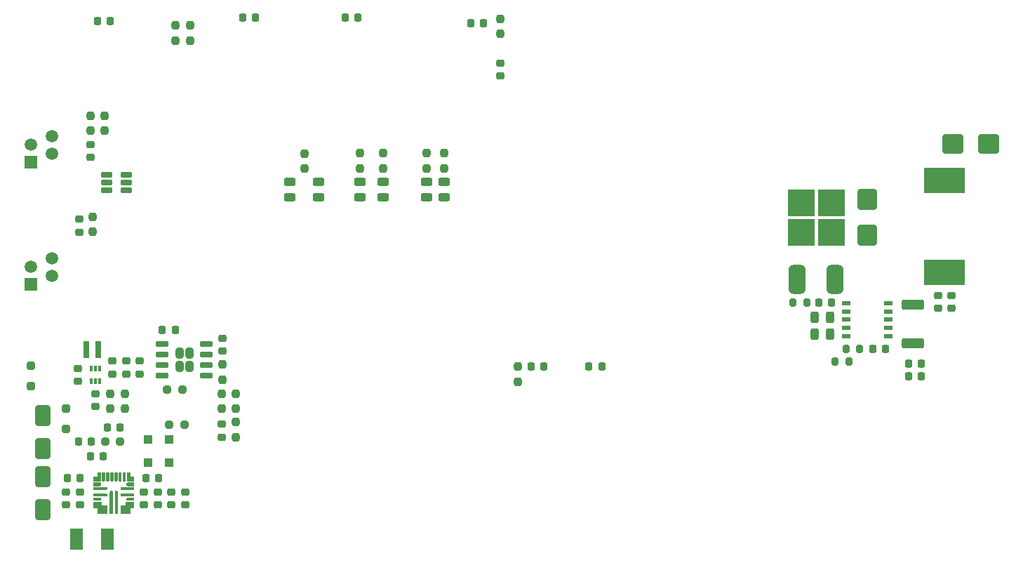
<source format=gbr>
%TF.GenerationSoftware,KiCad,Pcbnew,8.0.2*%
%TF.CreationDate,2024-05-30T14:33:26+02:00*%
%TF.ProjectId,,58585858-5858-4585-9858-585858585858,rev?*%
%TF.SameCoordinates,Original*%
%TF.FileFunction,Paste,Top*%
%TF.FilePolarity,Positive*%
%FSLAX46Y46*%
G04 Gerber Fmt 4.6, Leading zero omitted, Abs format (unit mm)*
G04 Created by KiCad (PCBNEW 8.0.2) date 2024-05-30 14:33:26*
%MOMM*%
%LPD*%
G01*
G04 APERTURE LIST*
G04 Aperture macros list*
%AMRoundRect*
0 Rectangle with rounded corners*
0 $1 Rounding radius*
0 $2 $3 $4 $5 $6 $7 $8 $9 X,Y pos of 4 corners*
0 Add a 4 corners polygon primitive as box body*
4,1,4,$2,$3,$4,$5,$6,$7,$8,$9,$2,$3,0*
0 Add four circle primitives for the rounded corners*
1,1,$1+$1,$2,$3*
1,1,$1+$1,$4,$5*
1,1,$1+$1,$6,$7*
1,1,$1+$1,$8,$9*
0 Add four rect primitives between the rounded corners*
20,1,$1+$1,$2,$3,$4,$5,0*
20,1,$1+$1,$4,$5,$6,$7,0*
20,1,$1+$1,$6,$7,$8,$9,0*
20,1,$1+$1,$8,$9,$2,$3,0*%
G04 Aperture macros list end*
%ADD10C,0.010000*%
%ADD11RoundRect,0.225000X0.250000X-0.225000X0.250000X0.225000X-0.250000X0.225000X-0.250000X-0.225000X0*%
%ADD12RoundRect,0.200000X-0.200000X-0.275000X0.200000X-0.275000X0.200000X0.275000X-0.200000X0.275000X0*%
%ADD13RoundRect,0.250000X-0.900000X1.000000X-0.900000X-1.000000X0.900000X-1.000000X0.900000X1.000000X0*%
%ADD14RoundRect,0.250000X-1.400000X-1.400000X1.400000X-1.400000X1.400000X1.400000X-1.400000X1.400000X0*%
%ADD15RoundRect,0.500000X0.500000X-1.250000X0.500000X1.250000X-0.500000X1.250000X-0.500000X-1.250000X0*%
%ADD16RoundRect,0.200000X0.200000X0.275000X-0.200000X0.275000X-0.200000X-0.275000X0.200000X-0.275000X0*%
%ADD17RoundRect,0.225000X-0.225000X-0.250000X0.225000X-0.250000X0.225000X0.250000X-0.225000X0.250000X0*%
%ADD18RoundRect,0.250000X-1.075000X0.362500X-1.075000X-0.362500X1.075000X-0.362500X1.075000X0.362500X0*%
%ADD19R,5.000000X3.100000*%
%ADD20R,1.100000X0.510000*%
%ADD21RoundRect,0.243750X0.243750X0.456250X-0.243750X0.456250X-0.243750X-0.456250X0.243750X-0.456250X0*%
%ADD22RoundRect,0.250000X-1.000000X-0.900000X1.000000X-0.900000X1.000000X0.900000X-1.000000X0.900000X0*%
%ADD23RoundRect,0.225000X0.225000X0.250000X-0.225000X0.250000X-0.225000X-0.250000X0.225000X-0.250000X0*%
%ADD24RoundRect,0.237500X0.237500X-0.250000X0.237500X0.250000X-0.237500X0.250000X-0.237500X-0.250000X0*%
%ADD25RoundRect,0.237500X-0.237500X0.250000X-0.237500X-0.250000X0.237500X-0.250000X0.237500X0.250000X0*%
%ADD26RoundRect,0.225000X-0.250000X0.225000X-0.250000X-0.225000X0.250000X-0.225000X0.250000X0.225000X0*%
%ADD27RoundRect,0.250000X0.650000X-1.000000X0.650000X1.000000X-0.650000X1.000000X-0.650000X-1.000000X0*%
%ADD28RoundRect,0.243750X-0.456250X0.243750X-0.456250X-0.243750X0.456250X-0.243750X0.456250X0.243750X0*%
%ADD29R,1.500000X1.500000*%
%ADD30C,1.500000*%
%ADD31RoundRect,0.237500X0.250000X0.237500X-0.250000X0.237500X-0.250000X-0.237500X0.250000X-0.237500X0*%
%ADD32RoundRect,0.250000X-0.650000X1.000000X-0.650000X-1.000000X0.650000X-1.000000X0.650000X1.000000X0*%
%ADD33RoundRect,0.242500X0.242500X0.402500X-0.242500X0.402500X-0.242500X-0.402500X0.242500X-0.402500X0*%
%ADD34RoundRect,0.150000X0.650000X0.150000X-0.650000X0.150000X-0.650000X-0.150000X0.650000X-0.150000X0*%
%ADD35R,0.340000X0.700000*%
%ADD36R,0.700000X2.000000*%
%ADD37RoundRect,0.243750X0.456250X-0.243750X0.456250X0.243750X-0.456250X0.243750X-0.456250X-0.243750X0*%
%ADD38R,1.500000X2.500000*%
%ADD39RoundRect,0.237500X-0.250000X-0.237500X0.250000X-0.237500X0.250000X0.237500X-0.250000X0.237500X0*%
%ADD40RoundRect,0.250000X0.250000X-0.250000X0.250000X0.250000X-0.250000X0.250000X-0.250000X-0.250000X0*%
%ADD41RoundRect,0.250000X0.300000X-0.300000X0.300000X0.300000X-0.300000X0.300000X-0.300000X-0.300000X0*%
%ADD42RoundRect,0.042000X-0.633000X-0.258000X0.633000X-0.258000X0.633000X0.258000X-0.633000X0.258000X0*%
%ADD43RoundRect,0.250000X-0.250000X0.250000X-0.250000X-0.250000X0.250000X-0.250000X0.250000X0.250000X0*%
G04 APERTURE END LIST*
D10*
%TO.C,U3*%
X94775000Y-129242000D02*
X93950000Y-129242000D01*
X93950000Y-128742000D01*
X94425000Y-128742000D01*
X94425000Y-128267000D01*
X94775000Y-128267000D01*
X94775000Y-129242000D01*
G36*
X94775000Y-129242000D02*
G01*
X93950000Y-129242000D01*
X93950000Y-128742000D01*
X94425000Y-128742000D01*
X94425000Y-128267000D01*
X94775000Y-128267000D01*
X94775000Y-129242000D01*
G37*
X98325000Y-128742000D02*
X98800000Y-128742000D01*
X98800000Y-129242000D01*
X97975000Y-129242000D01*
X97975000Y-128267000D01*
X98325000Y-128267000D01*
X98325000Y-128742000D01*
G36*
X98325000Y-128742000D02*
G01*
X98800000Y-128742000D01*
X98800000Y-129242000D01*
X97975000Y-129242000D01*
X97975000Y-128267000D01*
X98325000Y-128267000D01*
X98325000Y-128742000D01*
G37*
X94668000Y-129443000D02*
X94686000Y-129446000D01*
X94704000Y-129451000D01*
X94721000Y-129457000D01*
X94737000Y-129465000D01*
X94753000Y-129475000D01*
X94767000Y-129487000D01*
X94780000Y-129500000D01*
X94792000Y-129514000D01*
X94802000Y-129530000D01*
X94810000Y-129546000D01*
X94816000Y-129563000D01*
X94821000Y-129581000D01*
X94824000Y-129599000D01*
X94825000Y-129617000D01*
X94824000Y-129635000D01*
X94821000Y-129653000D01*
X94816000Y-129671000D01*
X94810000Y-129688000D01*
X94802000Y-129705000D01*
X94792000Y-129720000D01*
X94780000Y-129734000D01*
X94767000Y-129747000D01*
X94753000Y-129759000D01*
X94737000Y-129769000D01*
X94721000Y-129777000D01*
X94704000Y-129783000D01*
X94686000Y-129788000D01*
X94668000Y-129791000D01*
X94650000Y-129792000D01*
X93950000Y-129792000D01*
X93950000Y-129442000D01*
X94650000Y-129442000D01*
X94668000Y-129443000D01*
G36*
X94668000Y-129443000D02*
G01*
X94686000Y-129446000D01*
X94704000Y-129451000D01*
X94721000Y-129457000D01*
X94737000Y-129465000D01*
X94753000Y-129475000D01*
X94767000Y-129487000D01*
X94780000Y-129500000D01*
X94792000Y-129514000D01*
X94802000Y-129530000D01*
X94810000Y-129546000D01*
X94816000Y-129563000D01*
X94821000Y-129581000D01*
X94824000Y-129599000D01*
X94825000Y-129617000D01*
X94824000Y-129635000D01*
X94821000Y-129653000D01*
X94816000Y-129671000D01*
X94810000Y-129688000D01*
X94802000Y-129705000D01*
X94792000Y-129720000D01*
X94780000Y-129734000D01*
X94767000Y-129747000D01*
X94753000Y-129759000D01*
X94737000Y-129769000D01*
X94721000Y-129777000D01*
X94704000Y-129783000D01*
X94686000Y-129788000D01*
X94668000Y-129791000D01*
X94650000Y-129792000D01*
X93950000Y-129792000D01*
X93950000Y-129442000D01*
X94650000Y-129442000D01*
X94668000Y-129443000D01*
G37*
X94713000Y-131293000D02*
X94726000Y-131295000D01*
X94739000Y-131298000D01*
X94751000Y-131303000D01*
X94762000Y-131309000D01*
X94773000Y-131316000D01*
X94784000Y-131324000D01*
X94793000Y-131333000D01*
X94801000Y-131344000D01*
X94808000Y-131354000D01*
X94814000Y-131366000D01*
X94819000Y-131378000D01*
X94822000Y-131391000D01*
X94824000Y-131404000D01*
X94825000Y-131417000D01*
X94824000Y-131430000D01*
X94822000Y-131443000D01*
X94819000Y-131456000D01*
X94814000Y-131468000D01*
X94808000Y-131479000D01*
X94801000Y-131490000D01*
X94793000Y-131501000D01*
X94784000Y-131510000D01*
X94773000Y-131518000D01*
X94762000Y-131525000D01*
X94751000Y-131531000D01*
X94739000Y-131536000D01*
X94726000Y-131539000D01*
X94713000Y-131541000D01*
X94700000Y-131542000D01*
X93950000Y-131542000D01*
X93950000Y-131292000D01*
X94700000Y-131292000D01*
X94713000Y-131293000D01*
G36*
X94713000Y-131293000D02*
G01*
X94726000Y-131295000D01*
X94739000Y-131298000D01*
X94751000Y-131303000D01*
X94762000Y-131309000D01*
X94773000Y-131316000D01*
X94784000Y-131324000D01*
X94793000Y-131333000D01*
X94801000Y-131344000D01*
X94808000Y-131354000D01*
X94814000Y-131366000D01*
X94819000Y-131378000D01*
X94822000Y-131391000D01*
X94824000Y-131404000D01*
X94825000Y-131417000D01*
X94824000Y-131430000D01*
X94822000Y-131443000D01*
X94819000Y-131456000D01*
X94814000Y-131468000D01*
X94808000Y-131479000D01*
X94801000Y-131490000D01*
X94793000Y-131501000D01*
X94784000Y-131510000D01*
X94773000Y-131518000D01*
X94762000Y-131525000D01*
X94751000Y-131531000D01*
X94739000Y-131536000D01*
X94726000Y-131539000D01*
X94713000Y-131541000D01*
X94700000Y-131542000D01*
X93950000Y-131542000D01*
X93950000Y-131292000D01*
X94700000Y-131292000D01*
X94713000Y-131293000D01*
G37*
X95275000Y-129092000D02*
X95274000Y-129108000D01*
X95272000Y-129123000D01*
X95268000Y-129138000D01*
X95262000Y-129153000D01*
X95255000Y-129167000D01*
X95246000Y-129180000D01*
X95236000Y-129192000D01*
X95225000Y-129203000D01*
X95213000Y-129213000D01*
X95200000Y-129222000D01*
X95186000Y-129229000D01*
X95171000Y-129235000D01*
X95156000Y-129239000D01*
X95141000Y-129241000D01*
X95125000Y-129242000D01*
X95109000Y-129241000D01*
X95094000Y-129239000D01*
X95079000Y-129235000D01*
X95064000Y-129229000D01*
X95050000Y-129222000D01*
X95037000Y-129213000D01*
X95025000Y-129203000D01*
X95014000Y-129192000D01*
X95004000Y-129180000D01*
X94995000Y-129167000D01*
X94988000Y-129153000D01*
X94982000Y-129138000D01*
X94978000Y-129123000D01*
X94976000Y-129108000D01*
X94975000Y-129092000D01*
X94975000Y-128267000D01*
X95275000Y-128267000D01*
X95275000Y-129092000D01*
G36*
X95275000Y-129092000D02*
G01*
X95274000Y-129108000D01*
X95272000Y-129123000D01*
X95268000Y-129138000D01*
X95262000Y-129153000D01*
X95255000Y-129167000D01*
X95246000Y-129180000D01*
X95236000Y-129192000D01*
X95225000Y-129203000D01*
X95213000Y-129213000D01*
X95200000Y-129222000D01*
X95186000Y-129229000D01*
X95171000Y-129235000D01*
X95156000Y-129239000D01*
X95141000Y-129241000D01*
X95125000Y-129242000D01*
X95109000Y-129241000D01*
X95094000Y-129239000D01*
X95079000Y-129235000D01*
X95064000Y-129229000D01*
X95050000Y-129222000D01*
X95037000Y-129213000D01*
X95025000Y-129203000D01*
X95014000Y-129192000D01*
X95004000Y-129180000D01*
X94995000Y-129167000D01*
X94988000Y-129153000D01*
X94982000Y-129138000D01*
X94978000Y-129123000D01*
X94976000Y-129108000D01*
X94975000Y-129092000D01*
X94975000Y-128267000D01*
X95275000Y-128267000D01*
X95275000Y-129092000D01*
G37*
X95775000Y-129092000D02*
X95774000Y-129108000D01*
X95772000Y-129123000D01*
X95768000Y-129138000D01*
X95762000Y-129153000D01*
X95755000Y-129167000D01*
X95746000Y-129180000D01*
X95736000Y-129192000D01*
X95725000Y-129203000D01*
X95713000Y-129213000D01*
X95700000Y-129222000D01*
X95686000Y-129229000D01*
X95671000Y-129235000D01*
X95656000Y-129239000D01*
X95641000Y-129241000D01*
X95625000Y-129242000D01*
X95609000Y-129241000D01*
X95594000Y-129239000D01*
X95579000Y-129235000D01*
X95564000Y-129229000D01*
X95550000Y-129222000D01*
X95537000Y-129213000D01*
X95525000Y-129203000D01*
X95514000Y-129192000D01*
X95504000Y-129180000D01*
X95495000Y-129167000D01*
X95488000Y-129153000D01*
X95482000Y-129138000D01*
X95478000Y-129123000D01*
X95476000Y-129108000D01*
X95475000Y-129092000D01*
X95475000Y-128267000D01*
X95775000Y-128267000D01*
X95775000Y-129092000D01*
G36*
X95775000Y-129092000D02*
G01*
X95774000Y-129108000D01*
X95772000Y-129123000D01*
X95768000Y-129138000D01*
X95762000Y-129153000D01*
X95755000Y-129167000D01*
X95746000Y-129180000D01*
X95736000Y-129192000D01*
X95725000Y-129203000D01*
X95713000Y-129213000D01*
X95700000Y-129222000D01*
X95686000Y-129229000D01*
X95671000Y-129235000D01*
X95656000Y-129239000D01*
X95641000Y-129241000D01*
X95625000Y-129242000D01*
X95609000Y-129241000D01*
X95594000Y-129239000D01*
X95579000Y-129235000D01*
X95564000Y-129229000D01*
X95550000Y-129222000D01*
X95537000Y-129213000D01*
X95525000Y-129203000D01*
X95514000Y-129192000D01*
X95504000Y-129180000D01*
X95495000Y-129167000D01*
X95488000Y-129153000D01*
X95482000Y-129138000D01*
X95478000Y-129123000D01*
X95476000Y-129108000D01*
X95475000Y-129092000D01*
X95475000Y-128267000D01*
X95775000Y-128267000D01*
X95775000Y-129092000D01*
G37*
X96091000Y-130443000D02*
X96106000Y-130445000D01*
X96121000Y-130449000D01*
X96136000Y-130455000D01*
X96150000Y-130462000D01*
X96163000Y-130471000D01*
X96175000Y-130481000D01*
X96186000Y-130492000D01*
X96196000Y-130504000D01*
X96205000Y-130517000D01*
X96212000Y-130531000D01*
X96218000Y-130546000D01*
X96222000Y-130561000D01*
X96224000Y-130576000D01*
X96225000Y-130592000D01*
X96225000Y-133117000D01*
X95925000Y-133117000D01*
X95925000Y-130592000D01*
X95926000Y-130576000D01*
X95928000Y-130561000D01*
X95932000Y-130546000D01*
X95938000Y-130531000D01*
X95945000Y-130517000D01*
X95954000Y-130504000D01*
X95964000Y-130492000D01*
X95975000Y-130481000D01*
X95987000Y-130471000D01*
X96000000Y-130462000D01*
X96014000Y-130455000D01*
X96029000Y-130449000D01*
X96044000Y-130445000D01*
X96059000Y-130443000D01*
X96075000Y-130442000D01*
X96091000Y-130443000D01*
G36*
X96091000Y-130443000D02*
G01*
X96106000Y-130445000D01*
X96121000Y-130449000D01*
X96136000Y-130455000D01*
X96150000Y-130462000D01*
X96163000Y-130471000D01*
X96175000Y-130481000D01*
X96186000Y-130492000D01*
X96196000Y-130504000D01*
X96205000Y-130517000D01*
X96212000Y-130531000D01*
X96218000Y-130546000D01*
X96222000Y-130561000D01*
X96224000Y-130576000D01*
X96225000Y-130592000D01*
X96225000Y-133117000D01*
X95925000Y-133117000D01*
X95925000Y-130592000D01*
X95926000Y-130576000D01*
X95928000Y-130561000D01*
X95932000Y-130546000D01*
X95938000Y-130531000D01*
X95945000Y-130517000D01*
X95954000Y-130504000D01*
X95964000Y-130492000D01*
X95975000Y-130481000D01*
X95987000Y-130471000D01*
X96000000Y-130462000D01*
X96014000Y-130455000D01*
X96029000Y-130449000D01*
X96044000Y-130445000D01*
X96059000Y-130443000D01*
X96075000Y-130442000D01*
X96091000Y-130443000D01*
G37*
X96275000Y-129092000D02*
X96274000Y-129108000D01*
X96272000Y-129123000D01*
X96268000Y-129138000D01*
X96262000Y-129153000D01*
X96255000Y-129167000D01*
X96246000Y-129180000D01*
X96236000Y-129192000D01*
X96225000Y-129203000D01*
X96213000Y-129213000D01*
X96200000Y-129222000D01*
X96186000Y-129229000D01*
X96171000Y-129235000D01*
X96156000Y-129239000D01*
X96141000Y-129241000D01*
X96125000Y-129242000D01*
X96109000Y-129241000D01*
X96094000Y-129239000D01*
X96079000Y-129235000D01*
X96064000Y-129229000D01*
X96050000Y-129222000D01*
X96037000Y-129213000D01*
X96025000Y-129203000D01*
X96014000Y-129192000D01*
X96004000Y-129180000D01*
X95995000Y-129167000D01*
X95988000Y-129153000D01*
X95982000Y-129138000D01*
X95978000Y-129123000D01*
X95976000Y-129108000D01*
X95975000Y-129092000D01*
X95975000Y-128267000D01*
X96275000Y-128267000D01*
X96275000Y-129092000D01*
G36*
X96275000Y-129092000D02*
G01*
X96274000Y-129108000D01*
X96272000Y-129123000D01*
X96268000Y-129138000D01*
X96262000Y-129153000D01*
X96255000Y-129167000D01*
X96246000Y-129180000D01*
X96236000Y-129192000D01*
X96225000Y-129203000D01*
X96213000Y-129213000D01*
X96200000Y-129222000D01*
X96186000Y-129229000D01*
X96171000Y-129235000D01*
X96156000Y-129239000D01*
X96141000Y-129241000D01*
X96125000Y-129242000D01*
X96109000Y-129241000D01*
X96094000Y-129239000D01*
X96079000Y-129235000D01*
X96064000Y-129229000D01*
X96050000Y-129222000D01*
X96037000Y-129213000D01*
X96025000Y-129203000D01*
X96014000Y-129192000D01*
X96004000Y-129180000D01*
X95995000Y-129167000D01*
X95988000Y-129153000D01*
X95982000Y-129138000D01*
X95978000Y-129123000D01*
X95976000Y-129108000D01*
X95975000Y-129092000D01*
X95975000Y-128267000D01*
X96275000Y-128267000D01*
X96275000Y-129092000D01*
G37*
X96691000Y-130443000D02*
X96706000Y-130445000D01*
X96721000Y-130449000D01*
X96736000Y-130455000D01*
X96750000Y-130462000D01*
X96763000Y-130471000D01*
X96775000Y-130481000D01*
X96786000Y-130492000D01*
X96796000Y-130504000D01*
X96805000Y-130517000D01*
X96812000Y-130531000D01*
X96818000Y-130546000D01*
X96822000Y-130561000D01*
X96824000Y-130576000D01*
X96825000Y-130592000D01*
X96825000Y-133117000D01*
X96525000Y-133117000D01*
X96525000Y-130592000D01*
X96526000Y-130576000D01*
X96528000Y-130561000D01*
X96532000Y-130546000D01*
X96538000Y-130531000D01*
X96545000Y-130517000D01*
X96554000Y-130504000D01*
X96564000Y-130492000D01*
X96575000Y-130481000D01*
X96587000Y-130471000D01*
X96600000Y-130462000D01*
X96614000Y-130455000D01*
X96629000Y-130449000D01*
X96644000Y-130445000D01*
X96659000Y-130443000D01*
X96675000Y-130442000D01*
X96691000Y-130443000D01*
G36*
X96691000Y-130443000D02*
G01*
X96706000Y-130445000D01*
X96721000Y-130449000D01*
X96736000Y-130455000D01*
X96750000Y-130462000D01*
X96763000Y-130471000D01*
X96775000Y-130481000D01*
X96786000Y-130492000D01*
X96796000Y-130504000D01*
X96805000Y-130517000D01*
X96812000Y-130531000D01*
X96818000Y-130546000D01*
X96822000Y-130561000D01*
X96824000Y-130576000D01*
X96825000Y-130592000D01*
X96825000Y-133117000D01*
X96525000Y-133117000D01*
X96525000Y-130592000D01*
X96526000Y-130576000D01*
X96528000Y-130561000D01*
X96532000Y-130546000D01*
X96538000Y-130531000D01*
X96545000Y-130517000D01*
X96554000Y-130504000D01*
X96564000Y-130492000D01*
X96575000Y-130481000D01*
X96587000Y-130471000D01*
X96600000Y-130462000D01*
X96614000Y-130455000D01*
X96629000Y-130449000D01*
X96644000Y-130445000D01*
X96659000Y-130443000D01*
X96675000Y-130442000D01*
X96691000Y-130443000D01*
G37*
X96775000Y-129092000D02*
X96774000Y-129108000D01*
X96772000Y-129123000D01*
X96768000Y-129138000D01*
X96762000Y-129153000D01*
X96755000Y-129167000D01*
X96746000Y-129180000D01*
X96736000Y-129192000D01*
X96725000Y-129203000D01*
X96713000Y-129213000D01*
X96700000Y-129222000D01*
X96686000Y-129229000D01*
X96671000Y-129235000D01*
X96656000Y-129239000D01*
X96641000Y-129241000D01*
X96625000Y-129242000D01*
X96609000Y-129241000D01*
X96594000Y-129239000D01*
X96579000Y-129235000D01*
X96564000Y-129229000D01*
X96550000Y-129222000D01*
X96537000Y-129213000D01*
X96525000Y-129203000D01*
X96514000Y-129192000D01*
X96504000Y-129180000D01*
X96495000Y-129167000D01*
X96488000Y-129153000D01*
X96482000Y-129138000D01*
X96478000Y-129123000D01*
X96476000Y-129108000D01*
X96475000Y-129092000D01*
X96475000Y-128267000D01*
X96775000Y-128267000D01*
X96775000Y-129092000D01*
G36*
X96775000Y-129092000D02*
G01*
X96774000Y-129108000D01*
X96772000Y-129123000D01*
X96768000Y-129138000D01*
X96762000Y-129153000D01*
X96755000Y-129167000D01*
X96746000Y-129180000D01*
X96736000Y-129192000D01*
X96725000Y-129203000D01*
X96713000Y-129213000D01*
X96700000Y-129222000D01*
X96686000Y-129229000D01*
X96671000Y-129235000D01*
X96656000Y-129239000D01*
X96641000Y-129241000D01*
X96625000Y-129242000D01*
X96609000Y-129241000D01*
X96594000Y-129239000D01*
X96579000Y-129235000D01*
X96564000Y-129229000D01*
X96550000Y-129222000D01*
X96537000Y-129213000D01*
X96525000Y-129203000D01*
X96514000Y-129192000D01*
X96504000Y-129180000D01*
X96495000Y-129167000D01*
X96488000Y-129153000D01*
X96482000Y-129138000D01*
X96478000Y-129123000D01*
X96476000Y-129108000D01*
X96475000Y-129092000D01*
X96475000Y-128267000D01*
X96775000Y-128267000D01*
X96775000Y-129092000D01*
G37*
X97275000Y-129092000D02*
X97274000Y-129108000D01*
X97272000Y-129123000D01*
X97268000Y-129138000D01*
X97262000Y-129153000D01*
X97255000Y-129167000D01*
X97246000Y-129180000D01*
X97236000Y-129192000D01*
X97225000Y-129203000D01*
X97213000Y-129213000D01*
X97200000Y-129222000D01*
X97186000Y-129229000D01*
X97171000Y-129235000D01*
X97156000Y-129239000D01*
X97141000Y-129241000D01*
X97125000Y-129242000D01*
X97109000Y-129241000D01*
X97094000Y-129239000D01*
X97079000Y-129235000D01*
X97064000Y-129229000D01*
X97050000Y-129222000D01*
X97037000Y-129213000D01*
X97025000Y-129203000D01*
X97014000Y-129192000D01*
X97004000Y-129180000D01*
X96995000Y-129167000D01*
X96988000Y-129153000D01*
X96982000Y-129138000D01*
X96978000Y-129123000D01*
X96976000Y-129108000D01*
X96975000Y-129092000D01*
X96975000Y-128267000D01*
X97275000Y-128267000D01*
X97275000Y-129092000D01*
G36*
X97275000Y-129092000D02*
G01*
X97274000Y-129108000D01*
X97272000Y-129123000D01*
X97268000Y-129138000D01*
X97262000Y-129153000D01*
X97255000Y-129167000D01*
X97246000Y-129180000D01*
X97236000Y-129192000D01*
X97225000Y-129203000D01*
X97213000Y-129213000D01*
X97200000Y-129222000D01*
X97186000Y-129229000D01*
X97171000Y-129235000D01*
X97156000Y-129239000D01*
X97141000Y-129241000D01*
X97125000Y-129242000D01*
X97109000Y-129241000D01*
X97094000Y-129239000D01*
X97079000Y-129235000D01*
X97064000Y-129229000D01*
X97050000Y-129222000D01*
X97037000Y-129213000D01*
X97025000Y-129203000D01*
X97014000Y-129192000D01*
X97004000Y-129180000D01*
X96995000Y-129167000D01*
X96988000Y-129153000D01*
X96982000Y-129138000D01*
X96978000Y-129123000D01*
X96976000Y-129108000D01*
X96975000Y-129092000D01*
X96975000Y-128267000D01*
X97275000Y-128267000D01*
X97275000Y-129092000D01*
G37*
X97775000Y-129092000D02*
X97774000Y-129108000D01*
X97772000Y-129123000D01*
X97768000Y-129138000D01*
X97762000Y-129153000D01*
X97755000Y-129167000D01*
X97746000Y-129180000D01*
X97736000Y-129192000D01*
X97725000Y-129203000D01*
X97713000Y-129213000D01*
X97700000Y-129222000D01*
X97686000Y-129229000D01*
X97671000Y-129235000D01*
X97656000Y-129239000D01*
X97641000Y-129241000D01*
X97625000Y-129242000D01*
X97609000Y-129241000D01*
X97594000Y-129239000D01*
X97579000Y-129235000D01*
X97564000Y-129229000D01*
X97550000Y-129222000D01*
X97537000Y-129213000D01*
X97525000Y-129203000D01*
X97514000Y-129192000D01*
X97504000Y-129180000D01*
X97495000Y-129167000D01*
X97488000Y-129153000D01*
X97482000Y-129138000D01*
X97478000Y-129123000D01*
X97476000Y-129108000D01*
X97475000Y-129092000D01*
X97475000Y-128267000D01*
X97775000Y-128267000D01*
X97775000Y-129092000D01*
G36*
X97775000Y-129092000D02*
G01*
X97774000Y-129108000D01*
X97772000Y-129123000D01*
X97768000Y-129138000D01*
X97762000Y-129153000D01*
X97755000Y-129167000D01*
X97746000Y-129180000D01*
X97736000Y-129192000D01*
X97725000Y-129203000D01*
X97713000Y-129213000D01*
X97700000Y-129222000D01*
X97686000Y-129229000D01*
X97671000Y-129235000D01*
X97656000Y-129239000D01*
X97641000Y-129241000D01*
X97625000Y-129242000D01*
X97609000Y-129241000D01*
X97594000Y-129239000D01*
X97579000Y-129235000D01*
X97564000Y-129229000D01*
X97550000Y-129222000D01*
X97537000Y-129213000D01*
X97525000Y-129203000D01*
X97514000Y-129192000D01*
X97504000Y-129180000D01*
X97495000Y-129167000D01*
X97488000Y-129153000D01*
X97482000Y-129138000D01*
X97478000Y-129123000D01*
X97476000Y-129108000D01*
X97475000Y-129092000D01*
X97475000Y-128267000D01*
X97775000Y-128267000D01*
X97775000Y-129092000D01*
G37*
X98800000Y-129792000D02*
X98100000Y-129792000D01*
X98082000Y-129791000D01*
X98064000Y-129788000D01*
X98046000Y-129783000D01*
X98029000Y-129777000D01*
X98012000Y-129769000D01*
X97997000Y-129759000D01*
X97983000Y-129747000D01*
X97970000Y-129734000D01*
X97958000Y-129720000D01*
X97948000Y-129705000D01*
X97940000Y-129688000D01*
X97934000Y-129671000D01*
X97929000Y-129653000D01*
X97926000Y-129635000D01*
X97925000Y-129617000D01*
X97926000Y-129599000D01*
X97929000Y-129581000D01*
X97934000Y-129563000D01*
X97940000Y-129546000D01*
X97948000Y-129530000D01*
X97958000Y-129514000D01*
X97970000Y-129500000D01*
X97983000Y-129487000D01*
X97997000Y-129475000D01*
X98013000Y-129465000D01*
X98029000Y-129457000D01*
X98046000Y-129451000D01*
X98064000Y-129446000D01*
X98082000Y-129443000D01*
X98100000Y-129442000D01*
X98800000Y-129442000D01*
X98800000Y-129792000D01*
G36*
X98800000Y-129792000D02*
G01*
X98100000Y-129792000D01*
X98082000Y-129791000D01*
X98064000Y-129788000D01*
X98046000Y-129783000D01*
X98029000Y-129777000D01*
X98012000Y-129769000D01*
X97997000Y-129759000D01*
X97983000Y-129747000D01*
X97970000Y-129734000D01*
X97958000Y-129720000D01*
X97948000Y-129705000D01*
X97940000Y-129688000D01*
X97934000Y-129671000D01*
X97929000Y-129653000D01*
X97926000Y-129635000D01*
X97925000Y-129617000D01*
X97926000Y-129599000D01*
X97929000Y-129581000D01*
X97934000Y-129563000D01*
X97940000Y-129546000D01*
X97948000Y-129530000D01*
X97958000Y-129514000D01*
X97970000Y-129500000D01*
X97983000Y-129487000D01*
X97997000Y-129475000D01*
X98013000Y-129465000D01*
X98029000Y-129457000D01*
X98046000Y-129451000D01*
X98064000Y-129446000D01*
X98082000Y-129443000D01*
X98100000Y-129442000D01*
X98800000Y-129442000D01*
X98800000Y-129792000D01*
G37*
X98800000Y-131542000D02*
X98050000Y-131542000D01*
X98037000Y-131541000D01*
X98024000Y-131539000D01*
X98011000Y-131536000D01*
X97999000Y-131531000D01*
X97988000Y-131525000D01*
X97977000Y-131518000D01*
X97966000Y-131510000D01*
X97957000Y-131501000D01*
X97949000Y-131490000D01*
X97942000Y-131479000D01*
X97936000Y-131468000D01*
X97931000Y-131456000D01*
X97928000Y-131443000D01*
X97926000Y-131430000D01*
X97925000Y-131417000D01*
X97926000Y-131404000D01*
X97928000Y-131391000D01*
X97931000Y-131378000D01*
X97936000Y-131366000D01*
X97942000Y-131354000D01*
X97949000Y-131344000D01*
X97957000Y-131333000D01*
X97966000Y-131324000D01*
X97977000Y-131316000D01*
X97988000Y-131309000D01*
X97999000Y-131303000D01*
X98011000Y-131298000D01*
X98024000Y-131295000D01*
X98037000Y-131293000D01*
X98050000Y-131292000D01*
X98800000Y-131292000D01*
X98800000Y-131542000D01*
G36*
X98800000Y-131542000D02*
G01*
X98050000Y-131542000D01*
X98037000Y-131541000D01*
X98024000Y-131539000D01*
X98011000Y-131536000D01*
X97999000Y-131531000D01*
X97988000Y-131525000D01*
X97977000Y-131518000D01*
X97966000Y-131510000D01*
X97957000Y-131501000D01*
X97949000Y-131490000D01*
X97942000Y-131479000D01*
X97936000Y-131468000D01*
X97931000Y-131456000D01*
X97928000Y-131443000D01*
X97926000Y-131430000D01*
X97925000Y-131417000D01*
X97926000Y-131404000D01*
X97928000Y-131391000D01*
X97931000Y-131378000D01*
X97936000Y-131366000D01*
X97942000Y-131354000D01*
X97949000Y-131344000D01*
X97957000Y-131333000D01*
X97966000Y-131324000D01*
X97977000Y-131316000D01*
X97988000Y-131309000D01*
X97999000Y-131303000D01*
X98011000Y-131298000D01*
X98024000Y-131295000D01*
X98037000Y-131293000D01*
X98050000Y-131292000D01*
X98800000Y-131292000D01*
X98800000Y-131542000D01*
G37*
X94900000Y-132192000D02*
X95425000Y-132192000D01*
X95430000Y-132192000D01*
X95435000Y-132193000D01*
X95441000Y-132193000D01*
X95446000Y-132194000D01*
X95451000Y-132195000D01*
X95456000Y-132197000D01*
X95461000Y-132199000D01*
X95466000Y-132201000D01*
X95470000Y-132203000D01*
X95475000Y-132205000D01*
X95479000Y-132208000D01*
X95484000Y-132211000D01*
X95488000Y-132214000D01*
X95492000Y-132218000D01*
X95496000Y-132221000D01*
X95499000Y-132225000D01*
X95503000Y-132229000D01*
X95506000Y-132233000D01*
X95509000Y-132238000D01*
X95512000Y-132242000D01*
X95514000Y-132247000D01*
X95516000Y-132251000D01*
X95518000Y-132256000D01*
X95520000Y-132261000D01*
X95522000Y-132266000D01*
X95523000Y-132271000D01*
X95524000Y-132276000D01*
X95524000Y-132282000D01*
X95525000Y-132287000D01*
X95525000Y-132292000D01*
X95525000Y-133117000D01*
X94450000Y-133117000D01*
X94450000Y-132442000D01*
X93950000Y-132442000D01*
X93950000Y-131792000D01*
X94900000Y-131792000D01*
X94900000Y-132192000D01*
G36*
X94900000Y-132192000D02*
G01*
X95425000Y-132192000D01*
X95430000Y-132192000D01*
X95435000Y-132193000D01*
X95441000Y-132193000D01*
X95446000Y-132194000D01*
X95451000Y-132195000D01*
X95456000Y-132197000D01*
X95461000Y-132199000D01*
X95466000Y-132201000D01*
X95470000Y-132203000D01*
X95475000Y-132205000D01*
X95479000Y-132208000D01*
X95484000Y-132211000D01*
X95488000Y-132214000D01*
X95492000Y-132218000D01*
X95496000Y-132221000D01*
X95499000Y-132225000D01*
X95503000Y-132229000D01*
X95506000Y-132233000D01*
X95509000Y-132238000D01*
X95512000Y-132242000D01*
X95514000Y-132247000D01*
X95516000Y-132251000D01*
X95518000Y-132256000D01*
X95520000Y-132261000D01*
X95522000Y-132266000D01*
X95523000Y-132271000D01*
X95524000Y-132276000D01*
X95524000Y-132282000D01*
X95525000Y-132287000D01*
X95525000Y-132292000D01*
X95525000Y-133117000D01*
X94450000Y-133117000D01*
X94450000Y-132442000D01*
X93950000Y-132442000D01*
X93950000Y-131792000D01*
X94900000Y-131792000D01*
X94900000Y-132192000D01*
G37*
X98800000Y-132442000D02*
X98300000Y-132442000D01*
X98300000Y-133117000D01*
X97225000Y-133117000D01*
X97225000Y-132292000D01*
X97225000Y-132287000D01*
X97226000Y-132282000D01*
X97226000Y-132276000D01*
X97227000Y-132271000D01*
X97228000Y-132266000D01*
X97230000Y-132261000D01*
X97232000Y-132256000D01*
X97234000Y-132251000D01*
X97236000Y-132247000D01*
X97238000Y-132242000D01*
X97241000Y-132238000D01*
X97244000Y-132233000D01*
X97247000Y-132229000D01*
X97251000Y-132225000D01*
X97254000Y-132221000D01*
X97258000Y-132218000D01*
X97262000Y-132214000D01*
X97266000Y-132211000D01*
X97271000Y-132208000D01*
X97275000Y-132205000D01*
X97280000Y-132203000D01*
X97284000Y-132201000D01*
X97289000Y-132199000D01*
X97294000Y-132197000D01*
X97299000Y-132195000D01*
X97304000Y-132194000D01*
X97309000Y-132193000D01*
X97315000Y-132193000D01*
X97320000Y-132192000D01*
X97325000Y-132192000D01*
X97850000Y-132192000D01*
X97850000Y-131792000D01*
X98800000Y-131792000D01*
X98800000Y-132442000D01*
G36*
X98800000Y-132442000D02*
G01*
X98300000Y-132442000D01*
X98300000Y-133117000D01*
X97225000Y-133117000D01*
X97225000Y-132292000D01*
X97225000Y-132287000D01*
X97226000Y-132282000D01*
X97226000Y-132276000D01*
X97227000Y-132271000D01*
X97228000Y-132266000D01*
X97230000Y-132261000D01*
X97232000Y-132256000D01*
X97234000Y-132251000D01*
X97236000Y-132247000D01*
X97238000Y-132242000D01*
X97241000Y-132238000D01*
X97244000Y-132233000D01*
X97247000Y-132229000D01*
X97251000Y-132225000D01*
X97254000Y-132221000D01*
X97258000Y-132218000D01*
X97262000Y-132214000D01*
X97266000Y-132211000D01*
X97271000Y-132208000D01*
X97275000Y-132205000D01*
X97280000Y-132203000D01*
X97284000Y-132201000D01*
X97289000Y-132199000D01*
X97294000Y-132197000D01*
X97299000Y-132195000D01*
X97304000Y-132194000D01*
X97309000Y-132193000D01*
X97315000Y-132193000D01*
X97320000Y-132192000D01*
X97325000Y-132192000D01*
X97850000Y-132192000D01*
X97850000Y-131792000D01*
X98800000Y-131792000D01*
X98800000Y-132442000D01*
G37*
X95435000Y-129993000D02*
X95441000Y-129993000D01*
X95446000Y-129994000D01*
X95451000Y-129995000D01*
X95456000Y-129997000D01*
X95461000Y-129999000D01*
X95466000Y-130001000D01*
X95470000Y-130003000D01*
X95475000Y-130005000D01*
X95479000Y-130008000D01*
X95484000Y-130011000D01*
X95488000Y-130014000D01*
X95492000Y-130018000D01*
X95496000Y-130021000D01*
X95499000Y-130025000D01*
X95503000Y-130029000D01*
X95506000Y-130033000D01*
X95509000Y-130038000D01*
X95512000Y-130042000D01*
X95514000Y-130047000D01*
X95516000Y-130051000D01*
X95518000Y-130056000D01*
X95520000Y-130061000D01*
X95522000Y-130066000D01*
X95523000Y-130071000D01*
X95524000Y-130076000D01*
X95524000Y-130082000D01*
X95525000Y-130087000D01*
X95525000Y-130092000D01*
X95525000Y-130142000D01*
X95525000Y-130147000D01*
X95524000Y-130152000D01*
X95524000Y-130158000D01*
X95523000Y-130163000D01*
X95522000Y-130168000D01*
X95520000Y-130173000D01*
X95518000Y-130178000D01*
X95516000Y-130183000D01*
X95514000Y-130187000D01*
X95512000Y-130192000D01*
X95509000Y-130196000D01*
X95506000Y-130201000D01*
X95503000Y-130205000D01*
X95499000Y-130209000D01*
X95496000Y-130213000D01*
X95492000Y-130216000D01*
X95488000Y-130220000D01*
X95484000Y-130223000D01*
X95479000Y-130226000D01*
X95475000Y-130229000D01*
X95470000Y-130231000D01*
X95466000Y-130233000D01*
X95461000Y-130235000D01*
X95456000Y-130237000D01*
X95451000Y-130239000D01*
X95446000Y-130240000D01*
X95441000Y-130241000D01*
X95435000Y-130241000D01*
X95430000Y-130242000D01*
X95425000Y-130242000D01*
X93950000Y-130242000D01*
X93950000Y-129992000D01*
X95425000Y-129992000D01*
X95430000Y-129992000D01*
X95435000Y-129993000D01*
G36*
X95435000Y-129993000D02*
G01*
X95441000Y-129993000D01*
X95446000Y-129994000D01*
X95451000Y-129995000D01*
X95456000Y-129997000D01*
X95461000Y-129999000D01*
X95466000Y-130001000D01*
X95470000Y-130003000D01*
X95475000Y-130005000D01*
X95479000Y-130008000D01*
X95484000Y-130011000D01*
X95488000Y-130014000D01*
X95492000Y-130018000D01*
X95496000Y-130021000D01*
X95499000Y-130025000D01*
X95503000Y-130029000D01*
X95506000Y-130033000D01*
X95509000Y-130038000D01*
X95512000Y-130042000D01*
X95514000Y-130047000D01*
X95516000Y-130051000D01*
X95518000Y-130056000D01*
X95520000Y-130061000D01*
X95522000Y-130066000D01*
X95523000Y-130071000D01*
X95524000Y-130076000D01*
X95524000Y-130082000D01*
X95525000Y-130087000D01*
X95525000Y-130092000D01*
X95525000Y-130142000D01*
X95525000Y-130147000D01*
X95524000Y-130152000D01*
X95524000Y-130158000D01*
X95523000Y-130163000D01*
X95522000Y-130168000D01*
X95520000Y-130173000D01*
X95518000Y-130178000D01*
X95516000Y-130183000D01*
X95514000Y-130187000D01*
X95512000Y-130192000D01*
X95509000Y-130196000D01*
X95506000Y-130201000D01*
X95503000Y-130205000D01*
X95499000Y-130209000D01*
X95496000Y-130213000D01*
X95492000Y-130216000D01*
X95488000Y-130220000D01*
X95484000Y-130223000D01*
X95479000Y-130226000D01*
X95475000Y-130229000D01*
X95470000Y-130231000D01*
X95466000Y-130233000D01*
X95461000Y-130235000D01*
X95456000Y-130237000D01*
X95451000Y-130239000D01*
X95446000Y-130240000D01*
X95441000Y-130241000D01*
X95435000Y-130241000D01*
X95430000Y-130242000D01*
X95425000Y-130242000D01*
X93950000Y-130242000D01*
X93950000Y-129992000D01*
X95425000Y-129992000D01*
X95430000Y-129992000D01*
X95435000Y-129993000D01*
G37*
X95435000Y-130793000D02*
X95441000Y-130793000D01*
X95446000Y-130794000D01*
X95451000Y-130795000D01*
X95456000Y-130797000D01*
X95461000Y-130799000D01*
X95466000Y-130801000D01*
X95470000Y-130803000D01*
X95475000Y-130805000D01*
X95479000Y-130808000D01*
X95484000Y-130811000D01*
X95488000Y-130814000D01*
X95492000Y-130818000D01*
X95496000Y-130821000D01*
X95499000Y-130825000D01*
X95503000Y-130829000D01*
X95506000Y-130833000D01*
X95509000Y-130838000D01*
X95512000Y-130842000D01*
X95514000Y-130847000D01*
X95516000Y-130851000D01*
X95518000Y-130856000D01*
X95520000Y-130861000D01*
X95522000Y-130866000D01*
X95523000Y-130871000D01*
X95524000Y-130876000D01*
X95524000Y-130882000D01*
X95525000Y-130887000D01*
X95525000Y-130892000D01*
X95525000Y-130942000D01*
X95525000Y-130947000D01*
X95524000Y-130952000D01*
X95524000Y-130958000D01*
X95523000Y-130963000D01*
X95522000Y-130968000D01*
X95520000Y-130973000D01*
X95518000Y-130978000D01*
X95516000Y-130983000D01*
X95514000Y-130987000D01*
X95512000Y-130992000D01*
X95509000Y-130996000D01*
X95506000Y-131001000D01*
X95503000Y-131005000D01*
X95499000Y-131009000D01*
X95496000Y-131013000D01*
X95492000Y-131016000D01*
X95488000Y-131020000D01*
X95484000Y-131023000D01*
X95479000Y-131026000D01*
X95475000Y-131029000D01*
X95470000Y-131031000D01*
X95466000Y-131033000D01*
X95461000Y-131035000D01*
X95456000Y-131037000D01*
X95451000Y-131039000D01*
X95446000Y-131040000D01*
X95441000Y-131041000D01*
X95435000Y-131041000D01*
X95430000Y-131042000D01*
X95425000Y-131042000D01*
X93950000Y-131042000D01*
X93950000Y-130792000D01*
X95425000Y-130792000D01*
X95430000Y-130792000D01*
X95435000Y-130793000D01*
G36*
X95435000Y-130793000D02*
G01*
X95441000Y-130793000D01*
X95446000Y-130794000D01*
X95451000Y-130795000D01*
X95456000Y-130797000D01*
X95461000Y-130799000D01*
X95466000Y-130801000D01*
X95470000Y-130803000D01*
X95475000Y-130805000D01*
X95479000Y-130808000D01*
X95484000Y-130811000D01*
X95488000Y-130814000D01*
X95492000Y-130818000D01*
X95496000Y-130821000D01*
X95499000Y-130825000D01*
X95503000Y-130829000D01*
X95506000Y-130833000D01*
X95509000Y-130838000D01*
X95512000Y-130842000D01*
X95514000Y-130847000D01*
X95516000Y-130851000D01*
X95518000Y-130856000D01*
X95520000Y-130861000D01*
X95522000Y-130866000D01*
X95523000Y-130871000D01*
X95524000Y-130876000D01*
X95524000Y-130882000D01*
X95525000Y-130887000D01*
X95525000Y-130892000D01*
X95525000Y-130942000D01*
X95525000Y-130947000D01*
X95524000Y-130952000D01*
X95524000Y-130958000D01*
X95523000Y-130963000D01*
X95522000Y-130968000D01*
X95520000Y-130973000D01*
X95518000Y-130978000D01*
X95516000Y-130983000D01*
X95514000Y-130987000D01*
X95512000Y-130992000D01*
X95509000Y-130996000D01*
X95506000Y-131001000D01*
X95503000Y-131005000D01*
X95499000Y-131009000D01*
X95496000Y-131013000D01*
X95492000Y-131016000D01*
X95488000Y-131020000D01*
X95484000Y-131023000D01*
X95479000Y-131026000D01*
X95475000Y-131029000D01*
X95470000Y-131031000D01*
X95466000Y-131033000D01*
X95461000Y-131035000D01*
X95456000Y-131037000D01*
X95451000Y-131039000D01*
X95446000Y-131040000D01*
X95441000Y-131041000D01*
X95435000Y-131041000D01*
X95430000Y-131042000D01*
X95425000Y-131042000D01*
X93950000Y-131042000D01*
X93950000Y-130792000D01*
X95425000Y-130792000D01*
X95430000Y-130792000D01*
X95435000Y-130793000D01*
G37*
X98800000Y-130242000D02*
X97325000Y-130242000D01*
X97320000Y-130242000D01*
X97315000Y-130241000D01*
X97309000Y-130241000D01*
X97304000Y-130240000D01*
X97299000Y-130239000D01*
X97294000Y-130237000D01*
X97289000Y-130235000D01*
X97284000Y-130233000D01*
X97280000Y-130231000D01*
X97275000Y-130229000D01*
X97271000Y-130226000D01*
X97266000Y-130223000D01*
X97262000Y-130220000D01*
X97258000Y-130216000D01*
X97254000Y-130213000D01*
X97251000Y-130209000D01*
X97247000Y-130205000D01*
X97244000Y-130201000D01*
X97241000Y-130196000D01*
X97238000Y-130192000D01*
X97236000Y-130187000D01*
X97234000Y-130183000D01*
X97232000Y-130178000D01*
X97230000Y-130173000D01*
X97228000Y-130168000D01*
X97227000Y-130163000D01*
X97226000Y-130158000D01*
X97226000Y-130152000D01*
X97225000Y-130147000D01*
X97225000Y-130142000D01*
X97225000Y-130092000D01*
X97225000Y-130087000D01*
X97226000Y-130082000D01*
X97226000Y-130076000D01*
X97227000Y-130071000D01*
X97228000Y-130066000D01*
X97230000Y-130061000D01*
X97232000Y-130056000D01*
X97234000Y-130051000D01*
X97236000Y-130047000D01*
X97238000Y-130042000D01*
X97241000Y-130038000D01*
X97244000Y-130033000D01*
X97247000Y-130029000D01*
X97251000Y-130025000D01*
X97254000Y-130021000D01*
X97258000Y-130018000D01*
X97262000Y-130014000D01*
X97266000Y-130011000D01*
X97271000Y-130008000D01*
X97275000Y-130005000D01*
X97280000Y-130003000D01*
X97284000Y-130001000D01*
X97289000Y-129999000D01*
X97294000Y-129997000D01*
X97299000Y-129995000D01*
X97304000Y-129994000D01*
X97309000Y-129993000D01*
X97315000Y-129993000D01*
X97320000Y-129992000D01*
X97325000Y-129992000D01*
X98800000Y-129992000D01*
X98800000Y-130242000D01*
G36*
X98800000Y-130242000D02*
G01*
X97325000Y-130242000D01*
X97320000Y-130242000D01*
X97315000Y-130241000D01*
X97309000Y-130241000D01*
X97304000Y-130240000D01*
X97299000Y-130239000D01*
X97294000Y-130237000D01*
X97289000Y-130235000D01*
X97284000Y-130233000D01*
X97280000Y-130231000D01*
X97275000Y-130229000D01*
X97271000Y-130226000D01*
X97266000Y-130223000D01*
X97262000Y-130220000D01*
X97258000Y-130216000D01*
X97254000Y-130213000D01*
X97251000Y-130209000D01*
X97247000Y-130205000D01*
X97244000Y-130201000D01*
X97241000Y-130196000D01*
X97238000Y-130192000D01*
X97236000Y-130187000D01*
X97234000Y-130183000D01*
X97232000Y-130178000D01*
X97230000Y-130173000D01*
X97228000Y-130168000D01*
X97227000Y-130163000D01*
X97226000Y-130158000D01*
X97226000Y-130152000D01*
X97225000Y-130147000D01*
X97225000Y-130142000D01*
X97225000Y-130092000D01*
X97225000Y-130087000D01*
X97226000Y-130082000D01*
X97226000Y-130076000D01*
X97227000Y-130071000D01*
X97228000Y-130066000D01*
X97230000Y-130061000D01*
X97232000Y-130056000D01*
X97234000Y-130051000D01*
X97236000Y-130047000D01*
X97238000Y-130042000D01*
X97241000Y-130038000D01*
X97244000Y-130033000D01*
X97247000Y-130029000D01*
X97251000Y-130025000D01*
X97254000Y-130021000D01*
X97258000Y-130018000D01*
X97262000Y-130014000D01*
X97266000Y-130011000D01*
X97271000Y-130008000D01*
X97275000Y-130005000D01*
X97280000Y-130003000D01*
X97284000Y-130001000D01*
X97289000Y-129999000D01*
X97294000Y-129997000D01*
X97299000Y-129995000D01*
X97304000Y-129994000D01*
X97309000Y-129993000D01*
X97315000Y-129993000D01*
X97320000Y-129992000D01*
X97325000Y-129992000D01*
X98800000Y-129992000D01*
X98800000Y-130242000D01*
G37*
X98800000Y-131042000D02*
X97325000Y-131042000D01*
X97320000Y-131042000D01*
X97315000Y-131041000D01*
X97309000Y-131041000D01*
X97304000Y-131040000D01*
X97299000Y-131039000D01*
X97294000Y-131037000D01*
X97289000Y-131035000D01*
X97284000Y-131033000D01*
X97280000Y-131031000D01*
X97275000Y-131029000D01*
X97271000Y-131026000D01*
X97266000Y-131023000D01*
X97262000Y-131020000D01*
X97258000Y-131016000D01*
X97254000Y-131013000D01*
X97251000Y-131009000D01*
X97247000Y-131005000D01*
X97244000Y-131001000D01*
X97241000Y-130996000D01*
X97238000Y-130992000D01*
X97236000Y-130987000D01*
X97234000Y-130983000D01*
X97232000Y-130978000D01*
X97230000Y-130973000D01*
X97228000Y-130968000D01*
X97227000Y-130963000D01*
X97226000Y-130958000D01*
X97226000Y-130952000D01*
X97225000Y-130947000D01*
X97225000Y-130942000D01*
X97225000Y-130892000D01*
X97225000Y-130887000D01*
X97226000Y-130882000D01*
X97226000Y-130876000D01*
X97227000Y-130871000D01*
X97228000Y-130866000D01*
X97230000Y-130861000D01*
X97232000Y-130856000D01*
X97234000Y-130851000D01*
X97236000Y-130847000D01*
X97238000Y-130842000D01*
X97241000Y-130838000D01*
X97244000Y-130833000D01*
X97247000Y-130829000D01*
X97251000Y-130825000D01*
X97254000Y-130821000D01*
X97258000Y-130818000D01*
X97262000Y-130814000D01*
X97266000Y-130811000D01*
X97271000Y-130808000D01*
X97275000Y-130805000D01*
X97280000Y-130803000D01*
X97284000Y-130801000D01*
X97289000Y-130799000D01*
X97294000Y-130797000D01*
X97299000Y-130795000D01*
X97304000Y-130794000D01*
X97309000Y-130793000D01*
X97315000Y-130793000D01*
X97320000Y-130792000D01*
X97325000Y-130792000D01*
X98800000Y-130792000D01*
X98800000Y-131042000D01*
G36*
X98800000Y-131042000D02*
G01*
X97325000Y-131042000D01*
X97320000Y-131042000D01*
X97315000Y-131041000D01*
X97309000Y-131041000D01*
X97304000Y-131040000D01*
X97299000Y-131039000D01*
X97294000Y-131037000D01*
X97289000Y-131035000D01*
X97284000Y-131033000D01*
X97280000Y-131031000D01*
X97275000Y-131029000D01*
X97271000Y-131026000D01*
X97266000Y-131023000D01*
X97262000Y-131020000D01*
X97258000Y-131016000D01*
X97254000Y-131013000D01*
X97251000Y-131009000D01*
X97247000Y-131005000D01*
X97244000Y-131001000D01*
X97241000Y-130996000D01*
X97238000Y-130992000D01*
X97236000Y-130987000D01*
X97234000Y-130983000D01*
X97232000Y-130978000D01*
X97230000Y-130973000D01*
X97228000Y-130968000D01*
X97227000Y-130963000D01*
X97226000Y-130958000D01*
X97226000Y-130952000D01*
X97225000Y-130947000D01*
X97225000Y-130942000D01*
X97225000Y-130892000D01*
X97225000Y-130887000D01*
X97226000Y-130882000D01*
X97226000Y-130876000D01*
X97227000Y-130871000D01*
X97228000Y-130866000D01*
X97230000Y-130861000D01*
X97232000Y-130856000D01*
X97234000Y-130851000D01*
X97236000Y-130847000D01*
X97238000Y-130842000D01*
X97241000Y-130838000D01*
X97244000Y-130833000D01*
X97247000Y-130829000D01*
X97251000Y-130825000D01*
X97254000Y-130821000D01*
X97258000Y-130818000D01*
X97262000Y-130814000D01*
X97266000Y-130811000D01*
X97271000Y-130808000D01*
X97275000Y-130805000D01*
X97280000Y-130803000D01*
X97284000Y-130801000D01*
X97289000Y-130799000D01*
X97294000Y-130797000D01*
X97299000Y-130795000D01*
X97304000Y-130794000D01*
X97309000Y-130793000D01*
X97315000Y-130793000D01*
X97320000Y-130792000D01*
X97325000Y-130792000D01*
X98800000Y-130792000D01*
X98800000Y-131042000D01*
G37*
%TD*%
D11*
%TO.C,C2*%
X197444000Y-108415000D03*
X197444000Y-106865000D03*
%TD*%
D12*
%TO.C,R2*%
X178369600Y-107753800D03*
X180019600Y-107753800D03*
%TD*%
D13*
%TO.C,D3*%
X187334800Y-95330000D03*
X187334800Y-99630000D03*
%TD*%
D11*
%TO.C,C3*%
X195869200Y-108415000D03*
X195869200Y-106865000D03*
%TD*%
D14*
%TO.C,Q1*%
X179388200Y-99285000D03*
X182988200Y-99285000D03*
X179388200Y-95735000D03*
X182988200Y-95735000D03*
D15*
X178888200Y-104910000D03*
X183468200Y-104910000D03*
%TD*%
D16*
%TO.C,R1*%
X185102000Y-114856000D03*
X183452000Y-114856000D03*
%TD*%
D17*
%TO.C,C6*%
X192329000Y-115110000D03*
X193879000Y-115110000D03*
%TD*%
D18*
%TO.C,R4*%
X192809000Y-107992100D03*
X192809000Y-112617100D03*
%TD*%
D19*
%TO.C,L1*%
X196631200Y-92996800D03*
X196631200Y-104096800D03*
%TD*%
D17*
%TO.C,C5*%
X187970000Y-113341800D03*
X189520000Y-113341800D03*
%TD*%
D20*
%TO.C,U1*%
X184768000Y-107799800D03*
X184768000Y-108799800D03*
X184768000Y-109799800D03*
X184768000Y-110799800D03*
X184768000Y-111799800D03*
X189868000Y-111799800D03*
X189868000Y-110799800D03*
X189868000Y-109799800D03*
X189868000Y-108799800D03*
X189868000Y-107799800D03*
%TD*%
D17*
%TO.C,C4*%
X181450000Y-107753800D03*
X183000000Y-107753800D03*
%TD*%
D12*
%TO.C,R3*%
X184745000Y-113341800D03*
X186395000Y-113341800D03*
%TD*%
D21*
%TO.C,D1*%
X182824500Y-109531800D03*
X180949500Y-109531800D03*
%TD*%
%TO.C,D2*%
X182824500Y-111563800D03*
X180949500Y-111563800D03*
%TD*%
D17*
%TO.C,C7*%
X192329000Y-116634000D03*
X193879000Y-116634000D03*
%TD*%
D22*
%TO.C,D4*%
X197630800Y-88590000D03*
X201930800Y-88590000D03*
%TD*%
D23*
%TO.C,C25*%
X141034200Y-74007200D03*
X139484200Y-74007200D03*
%TD*%
D24*
%TO.C,R14*%
X103835600Y-76138900D03*
X103835600Y-74313900D03*
%TD*%
D25*
%TO.C,R22*%
X143002400Y-73518500D03*
X143002400Y-75343500D03*
%TD*%
D26*
%TO.C,C14*%
X103360000Y-130568000D03*
X103360000Y-132118000D03*
%TD*%
D24*
%TO.C,R18*%
X145136000Y-117277000D03*
X145136000Y-115452000D03*
%TD*%
D27*
%TO.C,D1*%
X87846000Y-125326000D03*
X87846000Y-121326000D03*
%TD*%
D28*
%TO.C,D10*%
X136303800Y-93176500D03*
X136303800Y-95051500D03*
%TD*%
D24*
%TO.C,R5*%
X97752000Y-120555500D03*
X97752000Y-118730500D03*
%TD*%
D29*
%TO.C,J5*%
X86366000Y-90766400D03*
D30*
X88906000Y-89746400D03*
X86366000Y-88726400D03*
X88906000Y-87706400D03*
%TD*%
D23*
%TO.C,C12*%
X93721000Y-124485000D03*
X92171000Y-124485000D03*
%TD*%
D31*
%TO.C,R6*%
X97160500Y-124485000D03*
X95335500Y-124485000D03*
%TD*%
D17*
%TO.C,C20*%
X146748000Y-115452000D03*
X148298000Y-115452000D03*
%TD*%
D28*
%TO.C,D9*%
X134166800Y-93176500D03*
X134166800Y-95051500D03*
%TD*%
D32*
%TO.C,D8*%
X87846000Y-128692000D03*
X87846000Y-132692000D03*
%TD*%
D24*
%TO.C,R19*%
X95259400Y-87026600D03*
X95259400Y-85201600D03*
%TD*%
D25*
%TO.C,R8*%
X126093000Y-89712000D03*
X126093000Y-91537000D03*
%TD*%
D17*
%TO.C,C9*%
X102258000Y-111054000D03*
X103808000Y-111054000D03*
%TD*%
D33*
%TO.C,U2*%
X105525000Y-115410000D03*
X105525000Y-113810000D03*
X104325000Y-115410000D03*
X104325000Y-113810000D03*
D34*
X107575000Y-116515000D03*
X107575000Y-115245000D03*
X107575000Y-113975000D03*
X107575000Y-112705000D03*
X102275000Y-112705000D03*
X102275000Y-113975000D03*
X102275000Y-115245000D03*
X102275000Y-116515000D03*
%TD*%
D17*
%TO.C,C23*%
X153746000Y-115452000D03*
X155296000Y-115452000D03*
%TD*%
D26*
%TO.C,C13*%
X96228000Y-114804000D03*
X96228000Y-116354000D03*
%TD*%
D35*
%TO.C,U1*%
X94696000Y-115718000D03*
X94196000Y-115718000D03*
X93696000Y-115718000D03*
X93696000Y-117218000D03*
X94196000Y-117218000D03*
X94696000Y-117218000D03*
%TD*%
D25*
%TO.C,R3*%
X109497000Y-115221500D03*
X109497000Y-117046500D03*
%TD*%
D36*
%TO.C,L2*%
X93090000Y-113420000D03*
X94540000Y-113420000D03*
%TD*%
D25*
%TO.C,R12*%
X111087000Y-122159500D03*
X111087000Y-123984500D03*
%TD*%
D37*
%TO.C,D5*%
X121140000Y-95041800D03*
X121140000Y-93166800D03*
%TD*%
D11*
%TO.C,C28*%
X143002400Y-80400000D03*
X143002400Y-78850000D03*
%TD*%
D26*
%TO.C,C16*%
X97879000Y-114804000D03*
X97879000Y-116354000D03*
%TD*%
D23*
%TO.C,C24*%
X125895800Y-73346800D03*
X124345800Y-73346800D03*
%TD*%
D24*
%TO.C,R15*%
X105646000Y-76138900D03*
X105646000Y-74313900D03*
%TD*%
D38*
%TO.C,L1*%
X91900000Y-136280000D03*
X95600000Y-136280000D03*
%TD*%
D11*
%TO.C,C22*%
X93583000Y-90208100D03*
X93583000Y-88658100D03*
%TD*%
D39*
%TO.C,R11*%
X102845500Y-118247000D03*
X104670500Y-118247000D03*
%TD*%
D26*
%TO.C,C2*%
X109497000Y-112057000D03*
X109497000Y-113607000D03*
%TD*%
D25*
%TO.C,R16*%
X134166800Y-89712000D03*
X134166800Y-91537000D03*
%TD*%
D28*
%TO.C,D7*%
X126093000Y-93194500D03*
X126093000Y-95069500D03*
%TD*%
%TO.C,D6*%
X128879000Y-93194500D03*
X128879000Y-95069500D03*
%TD*%
D40*
%TO.C,D12*%
X86360400Y-117845000D03*
X86360400Y-115345000D03*
%TD*%
D17*
%TO.C,C6*%
X90774000Y-128930000D03*
X92324000Y-128930000D03*
%TD*%
D37*
%TO.C,D4*%
X117660200Y-95041800D03*
X117660200Y-93166800D03*
%TD*%
D26*
%TO.C,C1*%
X90660000Y-130568000D03*
X90660000Y-132118000D03*
%TD*%
D23*
%TO.C,C15*%
X97150000Y-122834000D03*
X95600000Y-122834000D03*
%TD*%
D39*
%TO.C,R1*%
X103082500Y-122453000D03*
X104907500Y-122453000D03*
%TD*%
D26*
%TO.C,C18*%
X99530000Y-114804000D03*
X99530000Y-116354000D03*
%TD*%
%TO.C,C21*%
X92262200Y-97681600D03*
X92262200Y-99231600D03*
%TD*%
D17*
%TO.C,C27*%
X111950600Y-73346800D03*
X113500600Y-73346800D03*
%TD*%
D41*
%TO.C,D3*%
X100566000Y-127028000D03*
X100566000Y-124228000D03*
%TD*%
D26*
%TO.C,C17*%
X105011000Y-130568000D03*
X105011000Y-132118000D03*
%TD*%
D24*
%TO.C,R10*%
X109436000Y-120555500D03*
X109436000Y-118730500D03*
%TD*%
%TO.C,R2*%
X119387400Y-91580400D03*
X119387400Y-89755400D03*
%TD*%
D23*
%TO.C,C26*%
X95974000Y-73804000D03*
X94424000Y-73804000D03*
%TD*%
D11*
%TO.C,C19*%
X109436000Y-123974000D03*
X109436000Y-122424000D03*
%TD*%
D42*
%TO.C,D11*%
X95525300Y-92299600D03*
X95525300Y-93249600D03*
X95525300Y-94199600D03*
X97895300Y-94199600D03*
X97895300Y-93249600D03*
X97895300Y-92299600D03*
%TD*%
D11*
%TO.C,C8*%
X94196000Y-120291000D03*
X94196000Y-118741000D03*
%TD*%
D25*
%TO.C,R7*%
X128887000Y-89712000D03*
X128887000Y-91537000D03*
%TD*%
%TO.C,R9*%
X111087000Y-118730500D03*
X111087000Y-120555500D03*
%TD*%
D23*
%TO.C,C5*%
X95118000Y-126263000D03*
X93568000Y-126263000D03*
%TD*%
D26*
%TO.C,C11*%
X101709000Y-130568000D03*
X101709000Y-132118000D03*
%TD*%
%TO.C,C10*%
X100058000Y-130568000D03*
X100058000Y-132118000D03*
%TD*%
%TO.C,C4*%
X92311000Y-130568000D03*
X92311000Y-132118000D03*
%TD*%
D23*
%TO.C,C7*%
X101806600Y-128930000D03*
X100256600Y-128930000D03*
%TD*%
D43*
%TO.C,D13*%
X90666000Y-120491000D03*
X90666000Y-122991000D03*
%TD*%
D24*
%TO.C,R4*%
X95974000Y-120555500D03*
X95974000Y-118730500D03*
%TD*%
D25*
%TO.C,R17*%
X136281800Y-89712000D03*
X136281800Y-91537000D03*
%TD*%
%TO.C,R21*%
X93583000Y-85201600D03*
X93583000Y-87026600D03*
%TD*%
D29*
%TO.C,J6*%
X86366000Y-105498400D03*
D30*
X88906000Y-104478400D03*
X86366000Y-103458400D03*
X88906000Y-102438400D03*
%TD*%
D41*
%TO.C,D2*%
X103106000Y-127028000D03*
X103106000Y-124228000D03*
%TD*%
D24*
%TO.C,R20*%
X93887800Y-99212700D03*
X93887800Y-97387700D03*
%TD*%
D26*
%TO.C,C3*%
X92037000Y-115693000D03*
X92037000Y-117243000D03*
%TD*%
M02*

</source>
